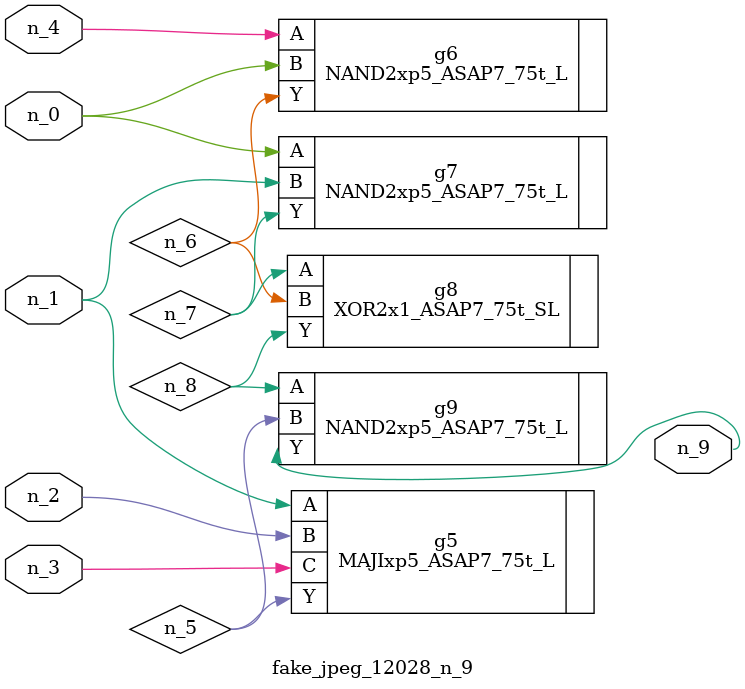
<source format=v>
module fake_jpeg_12028_n_9 (n_3, n_2, n_1, n_0, n_4, n_9);

input n_3;
input n_2;
input n_1;
input n_0;
input n_4;

output n_9;

wire n_8;
wire n_6;
wire n_5;
wire n_7;

MAJIxp5_ASAP7_75t_L g5 ( 
.A(n_1),
.B(n_2),
.C(n_3),
.Y(n_5)
);

NAND2xp5_ASAP7_75t_L g6 ( 
.A(n_4),
.B(n_0),
.Y(n_6)
);

NAND2xp5_ASAP7_75t_L g7 ( 
.A(n_0),
.B(n_1),
.Y(n_7)
);

XOR2x1_ASAP7_75t_SL g8 ( 
.A(n_7),
.B(n_6),
.Y(n_8)
);

NAND2xp5_ASAP7_75t_L g9 ( 
.A(n_8),
.B(n_5),
.Y(n_9)
);


endmodule
</source>
